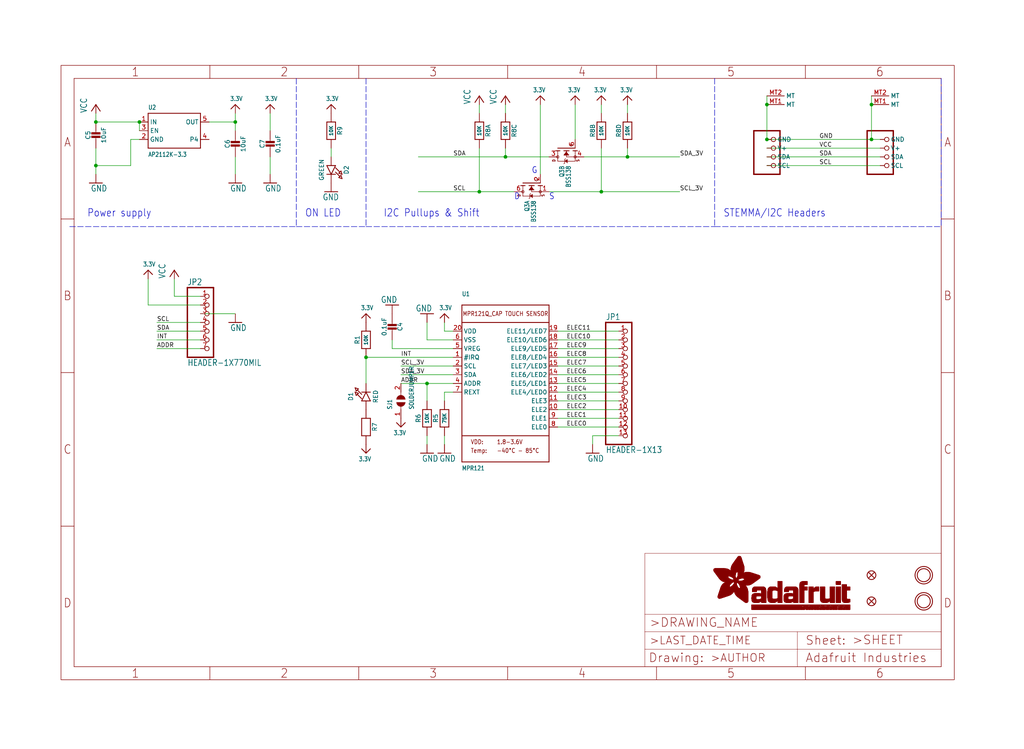
<source format=kicad_sch>
(kicad_sch (version 20211123) (generator eeschema)
  (paper "User" 298.45 218.313)
  (lib_symbols
    (symbol "Adafruit MPR121Q QT-eagle-import:3.3V" (power)
      (property "Value" "3.3V" (at -1.524 1.016 0))
      (symbol "3.3V_1_0"
        (pin power_in line (at 0 -2.54 90) (length 2.54) (name "3.3V") (number "1"))
      )
    )
    (symbol "Adafruit MPR121Q QT-eagle-import:CAP_CERAMIC0603_NO"
      (property "Reference" "C" (at -2.29 1.25 90))
      (property "Value" "CAP_CERAMIC0603_NO" (at 2.3 1.25 90))
      (symbol "CAP_CERAMIC0603_NO_1_0"
        (pin passive line (at 0 5.08 270) (length 2.54) (name "1") (number "1"))
        (pin passive line (at 0 -2.54 90) (length 2.54) (name "2") (number "2"))
      )
    )
    (symbol "Adafruit MPR121Q QT-eagle-import:CAP_CERAMIC0805-NOOUTLINE"
      (property "Reference" "C" (at -2.29 1.25 90))
      (property "Value" "CAP_CERAMIC0805-NOOUTLINE" (at 2.3 1.25 90))
      (symbol "CAP_CERAMIC0805-NOOUTLINE_1_0"
        (pin passive line (at 0 5.08 270) (length 2.54) (name "1") (number "1"))
        (pin passive line (at 0 -2.54 90) (length 2.54) (name "2") (number "2"))
      )
    )
    (symbol "Adafruit MPR121Q QT-eagle-import:FIDUCIAL_1MM")
    (symbol "Adafruit MPR121Q QT-eagle-import:FRAME_A4_ADAFRUIT"
      (symbol "FRAME_A4_ADAFRUIT_0_0"
        (text "1" (at 21.6958 1.905 0) (effects (font (size 2.54 2.286))))
        (text "1" (at 21.6958 177.165 0) (effects (font (size 2.54 2.286))))
        (text "2" (at 65.0875 1.905 0) (effects (font (size 2.54 2.286))))
        (text "2" (at 65.0875 177.165 0) (effects (font (size 2.54 2.286))))
        (text "3" (at 108.4792 1.905 0) (effects (font (size 2.54 2.286))))
        (text "3" (at 108.4792 177.165 0) (effects (font (size 2.54 2.286))))
        (text "4" (at 151.8708 1.905 0) (effects (font (size 2.54 2.286))))
        (text "4" (at 151.8708 177.165 0) (effects (font (size 2.54 2.286))))
        (text "5" (at 195.2625 1.905 0) (effects (font (size 2.54 2.286))))
        (text "5" (at 195.2625 177.165 0) (effects (font (size 2.54 2.286))))
        (text "6" (at 238.6542 1.905 0) (effects (font (size 2.54 2.286))))
        (text "6" (at 238.6542 177.165 0) (effects (font (size 2.54 2.286))))
        (text "A" (at 1.905 156.6863 0) (effects (font (size 2.54 2.286))))
        (text "A" (at 258.445 156.6863 0) (effects (font (size 2.54 2.286))))
        (text "B" (at 1.905 111.9188 0) (effects (font (size 2.54 2.286))))
        (text "B" (at 258.445 111.9188 0) (effects (font (size 2.54 2.286))))
        (text "C" (at 1.905 67.1513 0) (effects (font (size 2.54 2.286))))
        (text "C" (at 258.445 67.1513 0) (effects (font (size 2.54 2.286))))
        (text "D" (at 1.905 22.3838 0) (effects (font (size 2.54 2.286))))
        (text "D" (at 258.445 22.3838 0) (effects (font (size 2.54 2.286))))
      )
      (symbol "FRAME_A4_ADAFRUIT_1_0"
        (text ">AUTHOR" (at 189.23 5.08 0) (effects (font (size 2.286 2.286)) (justify left bottom)))
        (text ">DRAWING_NAME" (at 171.45 15.24 0) (effects (font (size 2.54 2.54)) (justify left bottom)))
        (text ">LAST_DATE_TIME" (at 171.45 10.16 0) (effects (font (size 2.286 2.286)) (justify left bottom)))
        (text ">SHEET" (at 230.505 10.16 0) (effects (font (size 2.54 2.54)) (justify left bottom)))
        (text "Adafruit Industries" (at 216.916 4.953 0) (effects (font (size 2.54 2.54)) (justify left bottom)))
        (text "Drawing:" (at 171.196 4.953 0) (effects (font (size 2.54 2.54)) (justify left bottom)))
        (text "Sheet:" (at 216.916 10.033 0) (effects (font (size 2.54 2.54)) (justify left bottom)))
      )
    )
    (symbol "Adafruit MPR121Q QT-eagle-import:GND" (power)
      (property "Value" "GND" (at -2.54 -2.54 0))
      (symbol "GND_1_0"
        (pin power_in line (at 0 2.54 270) (length 2.54) (name "GND") (number "1"))
      )
    )
    (symbol "Adafruit MPR121Q QT-eagle-import:HEADER-1X13"
      (property "Reference" "JP" (at -6.35 18.415 0))
      (property "Value" "HEADER-1X13" (at -6.35 -20.32 0))
      (symbol "HEADER-1X13_1_0"
        (pin passive inverted (at -2.54 15.24 0) (length 2.54) (name "1") (number "1"))
        (pin passive inverted (at -2.54 -7.62 0) (length 2.54) (name "10") (number "10"))
        (pin passive inverted (at -2.54 -10.16 0) (length 2.54) (name "11") (number "11"))
        (pin passive inverted (at -2.54 -12.7 0) (length 2.54) (name "12") (number "12"))
        (pin passive inverted (at -2.54 -15.24 0) (length 2.54) (name "13") (number "13"))
        (pin passive inverted (at -2.54 12.7 0) (length 2.54) (name "2") (number "2"))
        (pin passive inverted (at -2.54 10.16 0) (length 2.54) (name "3") (number "3"))
        (pin passive inverted (at -2.54 7.62 0) (length 2.54) (name "4") (number "4"))
        (pin passive inverted (at -2.54 5.08 0) (length 2.54) (name "5") (number "5"))
        (pin passive inverted (at -2.54 2.54 0) (length 2.54) (name "6") (number "6"))
        (pin passive inverted (at -2.54 0 0) (length 2.54) (name "7") (number "7"))
        (pin passive inverted (at -2.54 -2.54 0) (length 2.54) (name "8") (number "8"))
        (pin passive inverted (at -2.54 -5.08 0) (length 2.54) (name "9") (number "9"))
      )
    )
    (symbol "Adafruit MPR121Q QT-eagle-import:HEADER-1X770MIL"
      (property "Reference" "JP" (at -6.35 10.795 0))
      (property "Value" "HEADER-1X770MIL" (at -6.35 -12.7 0))
      (symbol "HEADER-1X770MIL_1_0"
        (pin passive inverted (at -2.54 7.62 0) (length 2.54) (name "1") (number "1"))
        (pin passive inverted (at -2.54 5.08 0) (length 2.54) (name "2") (number "2"))
        (pin passive inverted (at -2.54 2.54 0) (length 2.54) (name "3") (number "3"))
        (pin passive inverted (at -2.54 0 0) (length 2.54) (name "4") (number "4"))
        (pin passive inverted (at -2.54 -2.54 0) (length 2.54) (name "5") (number "5"))
        (pin passive inverted (at -2.54 -5.08 0) (length 2.54) (name "6") (number "6"))
        (pin passive inverted (at -2.54 -7.62 0) (length 2.54) (name "7") (number "7"))
      )
    )
    (symbol "Adafruit MPR121Q QT-eagle-import:LED0603_NOOUTLINE"
      (property "Reference" "D" (at -1.27 4.445 0))
      (property "Value" "LED0603_NOOUTLINE" (at -1.27 -2.794 0))
      (symbol "LED0603_NOOUTLINE_1_0"
        (pin passive line (at -5.08 0 0) (length 2.54) (name "A") (number "A"))
        (pin passive line (at 2.54 0 180) (length 2.54) (name "C") (number "C"))
      )
    )
    (symbol "Adafruit MPR121Q QT-eagle-import:MOSFET-N_DUAL"
      (property "Reference" "Q" (at 5.08 0.635 0))
      (property "Value" "MOSFET-N_DUAL" (at 5.08 -1.27 0))
      (symbol "MOSFET-N_DUAL_1_0"
        (text "D" (at 3.175 3.175 0) (effects (font (size 0.8128 0.6908)) (justify left bottom)))
        (text "G" (at -1.27 -1.905 0) (effects (font (size 0.8128 0.6908)) (justify left bottom)))
        (text "S" (at 3.175 -3.81 0) (effects (font (size 0.8128 0.6908)) (justify left bottom)))
        (pin bidirectional line (at 2.54 -5.08 90) (length 2.54) (name "S") (number "1"))
        (pin bidirectional line (at -2.54 -2.54 0) (length 2.54) (name "G") (number "2"))
        (pin bidirectional line (at 2.54 5.08 270) (length 2.54) (name "D") (number "6"))
      )
      (symbol "MOSFET-N_DUAL_2_0"
        (text "D" (at 3.175 3.175 0) (effects (font (size 0.8128 0.6908)) (justify left bottom)))
        (text "G" (at -1.27 -1.905 0) (effects (font (size 0.8128 0.6908)) (justify left bottom)))
        (text "S" (at 3.175 -3.81 0) (effects (font (size 0.8128 0.6908)) (justify left bottom)))
        (pin bidirectional line (at 2.54 5.08 270) (length 2.54) (name "D") (number "3"))
        (pin bidirectional line (at 2.54 -5.08 90) (length 2.54) (name "S") (number "4"))
        (pin bidirectional line (at -2.54 -2.54 0) (length 2.54) (name "G") (number "5"))
      )
    )
    (symbol "Adafruit MPR121Q QT-eagle-import:MOUNTINGHOLE2.5")
    (symbol "Adafruit MPR121Q QT-eagle-import:MPR121Q"
      (property "Reference" "U" (at -12.7 22.86 0))
      (property "Value" "MPR121Q" (at -12.7 -27.94 0))
      (symbol "MPR121Q_1_0"
        (text "-40°C - 85°C" (at -2.54 -22.86 0) (effects (font (size 1.27 1.0795)) (justify left bottom)))
        (text "1.8-3.6V" (at -2.54 -20.32 0) (effects (font (size 1.27 1.0795)) (justify left bottom)))
        (text "MPR121Q_CAP TOUCH SENSOR" (at 0 17.78 0) (effects (font (size 1.27 1.0795))))
        (text "Temp:" (at -10.16 -22.86 0) (effects (font (size 1.27 1.0795)) (justify left bottom)))
        (text "VDD:" (at -10.16 -20.32 0) (effects (font (size 1.27 1.0795)) (justify left bottom)))
        (pin bidirectional line (at -15.24 5.08 0) (length 2.54) (name "#IRQ") (number "1"))
        (pin bidirectional line (at 15.24 -10.16 180) (length 2.54) (name "ELE2") (number "10"))
        (pin bidirectional line (at 15.24 -7.62 180) (length 2.54) (name "ELE3") (number "11"))
        (pin bidirectional line (at 15.24 -5.08 180) (length 2.54) (name "ELE4/LED0") (number "12"))
        (pin bidirectional line (at 15.24 -2.54 180) (length 2.54) (name "ELE5/LED1") (number "13"))
        (pin bidirectional line (at 15.24 0 180) (length 2.54) (name "ELE6/LED2") (number "14"))
        (pin bidirectional line (at 15.24 2.54 180) (length 2.54) (name "ELE7/LED3") (number "15"))
        (pin bidirectional line (at 15.24 5.08 180) (length 2.54) (name "ELE8/LED4") (number "16"))
        (pin bidirectional line (at 15.24 7.62 180) (length 2.54) (name "ELE9/LED5") (number "17"))
        (pin bidirectional line (at 15.24 10.16 180) (length 2.54) (name "ELE10/LED6") (number "18"))
        (pin bidirectional line (at 15.24 12.7 180) (length 2.54) (name "ELE11/LED7") (number "19"))
        (pin bidirectional line (at -15.24 2.54 0) (length 2.54) (name "SCL") (number "2"))
        (pin power_in line (at -15.24 12.7 0) (length 2.54) (name "VDD") (number "20"))
        (pin bidirectional line (at -15.24 0 0) (length 2.54) (name "SDA") (number "3"))
        (pin bidirectional line (at -15.24 -2.54 0) (length 2.54) (name "ADDR") (number "4"))
        (pin bidirectional line (at -15.24 7.62 0) (length 2.54) (name "VREG") (number "5"))
        (pin power_in line (at -15.24 10.16 0) (length 2.54) (name "VSS") (number "6"))
        (pin bidirectional line (at -15.24 -5.08 0) (length 2.54) (name "REXT") (number "7"))
        (pin bidirectional line (at 15.24 -15.24 180) (length 2.54) (name "ELE0") (number "8"))
        (pin bidirectional line (at 15.24 -12.7 180) (length 2.54) (name "ELE1") (number "9"))
      )
    )
    (symbol "Adafruit MPR121Q QT-eagle-import:RESISTOR_0603_NOOUT"
      (property "Reference" "R" (at 0 2.54 0))
      (property "Value" "RESISTOR_0603_NOOUT" (at 0 0 0))
      (symbol "RESISTOR_0603_NOOUT_1_0"
        (pin passive line (at -5.08 0 0) (length 2.54) (name "1") (number "1"))
        (pin passive line (at 5.08 0 180) (length 2.54) (name "2") (number "2"))
      )
    )
    (symbol "Adafruit MPR121Q QT-eagle-import:RESISTOR_4PACK"
      (property "Reference" "R" (at 0 2.54 0))
      (property "Value" "RESISTOR_4PACK" (at 0 0 0))
      (symbol "RESISTOR_4PACK_1_0"
        (pin passive line (at -5.08 0 0) (length 2.54) (name "1") (number "1"))
        (pin passive line (at 5.08 0 180) (length 2.54) (name "2") (number "8"))
      )
      (symbol "RESISTOR_4PACK_2_0"
        (pin passive line (at -5.08 0 0) (length 2.54) (name "1") (number "2"))
        (pin passive line (at 5.08 0 180) (length 2.54) (name "2") (number "7"))
      )
      (symbol "RESISTOR_4PACK_3_0"
        (pin passive line (at -5.08 0 0) (length 2.54) (name "1") (number "3"))
        (pin passive line (at 5.08 0 180) (length 2.54) (name "2") (number "6"))
      )
      (symbol "RESISTOR_4PACK_4_0"
        (pin passive line (at -5.08 0 0) (length 2.54) (name "1") (number "4"))
        (pin passive line (at 5.08 0 180) (length 2.54) (name "2") (number "5"))
      )
    )
    (symbol "Adafruit MPR121Q QT-eagle-import:SOLDERJUMPER"
      (property "Reference" "SJ" (at -2.54 2.54 0))
      (property "Value" "SOLDERJUMPER" (at -2.54 -3.81 0))
      (symbol "SOLDERJUMPER_1_0"
        (pin passive line (at -5.08 0 0) (length 2.54) (name "1") (number "1"))
        (pin passive line (at 5.08 0 180) (length 2.54) (name "2") (number "2"))
      )
    )
    (symbol "Adafruit MPR121Q QT-eagle-import:STEMMA_I2C_QT"
      (symbol "STEMMA_I2C_QT_1_0"
        (pin passive inverted (at 0 5.08 0) (length 2.54) (name "GND") (number "1"))
        (pin passive inverted (at 0 2.54 0) (length 2.54) (name "V+") (number "2"))
        (pin passive inverted (at 0 0 0) (length 2.54) (name "SDA") (number "3"))
        (pin passive inverted (at 0 -2.54 0) (length 2.54) (name "SCL") (number "4"))
      )
      (symbol "STEMMA_I2C_QT_2_0"
        (pin bidirectional line (at 0 0 0) (length 5.08) (name "MT") (number "MT1"))
      )
      (symbol "STEMMA_I2C_QT_3_0"
        (pin bidirectional line (at 0 0 0) (length 5.08) (name "MT") (number "MT2"))
      )
    )
    (symbol "Adafruit MPR121Q QT-eagle-import:VCC" (power)
      (property "Value" "VCC" (at -2.54 -2.54 90))
      (symbol "VCC_1_0"
        (pin power_in line (at 0 -2.54 90) (length 2.54) (name "VCC") (number "1"))
      )
    )
    (symbol "Adafruit MPR121Q QT-eagle-import:VREG_SOT23-5"
      (property "Reference" "U" (at -7.62 6.096 0))
      (property "Value" "VREG_SOT23-5" (at -7.62 -7.62 0))
      (symbol "VREG_SOT23-5_1_0"
        (pin power_in line (at -10.16 2.54 0) (length 2.54) (name "IN") (number "1"))
        (pin power_in line (at -10.16 -2.54 0) (length 2.54) (name "GND") (number "2"))
        (pin input line (at -10.16 0 0) (length 2.54) (name "EN") (number "3"))
        (pin bidirectional line (at 10.16 -2.54 180) (length 2.54) (name "P4") (number "4"))
        (pin power_in line (at 10.16 2.54 180) (length 2.54) (name "OUT") (number "5"))
      )
    )
  )
  (junction (at 254 40.64))
  (junction (at 124.46 111.76))
  (junction (at 147.32 45.72))
  (junction (at 27.94 35.56))
  (junction (at 68.58 35.56))
  (junction (at 139.7 55.88))
  (junction (at 223.52 30.48))
  (junction (at 40.64 35.56))
  (junction (at 223.52 40.64))
  (junction (at 106.68 104.14))
  (junction (at 182.88 45.72))
  (junction (at 254 30.48))
  (junction (at 27.94 48.26))
  (junction (at 175.26 55.88))
  (wire (pts (xy 129.54 114.3) (xy 129.54 116.84)))
  (wire (pts (xy 124.46 111.76) (xy 116.84 111.76)))
  (wire (pts (xy 27.94 48.26) (xy 27.94 43.18)))
  (polyline (pts (xy 208.28 22.86) (xy 208.28 66.04)))
  (wire (pts (xy 157.48 50.8) (xy 157.48 30.48)))
  (wire (pts (xy 223.52 30.48) (xy 223.52 40.64)))
  (wire (pts (xy 223.52 27.94) (xy 223.52 30.48)))
  (wire (pts (xy 180.34 127) (xy 172.72 127)))
  (wire (pts (xy 58.42 91.44) (xy 68.58 91.44)))
  (wire (pts (xy 124.46 99.06) (xy 124.46 93.98)))
  (wire (pts (xy 78.74 45.72) (xy 78.74 50.8)))
  (wire (pts (xy 132.08 101.6) (xy 114.3 101.6)))
  (wire (pts (xy 175.26 55.88) (xy 198.12 55.88)))
  (wire (pts (xy 182.88 33.02) (xy 182.88 30.48)))
  (wire (pts (xy 254 30.48) (xy 254 40.64)))
  (polyline (pts (xy 106.68 22.86) (xy 106.68 66.04)))
  (wire (pts (xy 60.96 35.56) (xy 68.58 35.56)))
  (wire (pts (xy 78.74 33.02) (xy 78.74 38.1)))
  (wire (pts (xy 223.52 43.18) (xy 256.54 43.18)))
  (wire (pts (xy 139.7 43.18) (xy 139.7 55.88)))
  (wire (pts (xy 167.64 40.64) (xy 167.64 30.48)))
  (wire (pts (xy 40.64 35.56) (xy 27.94 35.56)))
  (wire (pts (xy 256.54 45.72) (xy 223.52 45.72)))
  (wire (pts (xy 223.52 48.26) (xy 256.54 48.26)))
  (polyline (pts (xy 20.32 66.04) (xy 86.36 66.04)))
  (wire (pts (xy 106.68 104.14) (xy 106.68 111.76)))
  (wire (pts (xy 254 40.64) (xy 223.52 40.64)))
  (wire (pts (xy 43.18 88.9) (xy 43.18 81.28)))
  (wire (pts (xy 162.56 101.6) (xy 180.34 101.6)))
  (wire (pts (xy 162.56 104.14) (xy 180.34 104.14)))
  (wire (pts (xy 182.88 43.18) (xy 182.88 45.72)))
  (wire (pts (xy 172.72 127) (xy 172.72 129.54)))
  (wire (pts (xy 58.42 86.36) (xy 50.8 86.36)))
  (wire (pts (xy 129.54 127) (xy 129.54 129.54)))
  (wire (pts (xy 162.56 106.68) (xy 180.34 106.68)))
  (wire (pts (xy 139.7 30.48) (xy 139.7 33.02)))
  (wire (pts (xy 170.18 45.72) (xy 182.88 45.72)))
  (wire (pts (xy 129.54 96.52) (xy 129.54 93.98)))
  (wire (pts (xy 132.08 104.14) (xy 106.68 104.14)))
  (wire (pts (xy 96.52 45.72) (xy 96.52 43.18)))
  (wire (pts (xy 124.46 111.76) (xy 124.46 116.84)))
  (wire (pts (xy 40.64 38.1) (xy 40.64 35.56)))
  (polyline (pts (xy 208.28 66.04) (xy 274.32 66.04)))
  (polyline (pts (xy 86.36 66.04) (xy 106.68 66.04)))
  (wire (pts (xy 162.56 99.06) (xy 180.34 99.06)))
  (wire (pts (xy 68.58 45.72) (xy 68.58 50.8)))
  (polyline (pts (xy 106.68 66.04) (xy 208.28 66.04)))
  (wire (pts (xy 68.58 35.56) (xy 68.58 33.02)))
  (wire (pts (xy 162.56 109.22) (xy 180.34 109.22)))
  (wire (pts (xy 58.42 99.06) (xy 45.72 99.06)))
  (wire (pts (xy 40.64 40.64) (xy 38.1 40.64)))
  (wire (pts (xy 124.46 127) (xy 124.46 129.54)))
  (wire (pts (xy 162.56 116.84) (xy 180.34 116.84)))
  (polyline (pts (xy 274.32 22.86) (xy 274.32 66.04)))
  (wire (pts (xy 27.94 33.02) (xy 27.94 35.56)))
  (wire (pts (xy 160.02 55.88) (xy 175.26 55.88)))
  (wire (pts (xy 162.56 121.92) (xy 180.34 121.92)))
  (wire (pts (xy 139.7 55.88) (xy 121.92 55.88)))
  (wire (pts (xy 38.1 40.64) (xy 38.1 48.26)))
  (wire (pts (xy 162.56 111.76) (xy 180.34 111.76)))
  (wire (pts (xy 132.08 114.3) (xy 129.54 114.3)))
  (wire (pts (xy 114.3 101.6) (xy 114.3 99.06)))
  (wire (pts (xy 132.08 99.06) (xy 124.46 99.06)))
  (wire (pts (xy 254 27.94) (xy 254 30.48)))
  (wire (pts (xy 132.08 106.68) (xy 116.84 106.68)))
  (wire (pts (xy 175.26 33.02) (xy 175.26 30.48)))
  (wire (pts (xy 68.58 35.56) (xy 68.58 38.1)))
  (wire (pts (xy 132.08 109.22) (xy 116.84 109.22)))
  (wire (pts (xy 162.56 96.52) (xy 180.34 96.52)))
  (wire (pts (xy 147.32 45.72) (xy 121.92 45.72)))
  (wire (pts (xy 50.8 86.36) (xy 50.8 81.28)))
  (wire (pts (xy 58.42 101.6) (xy 45.72 101.6)))
  (polyline (pts (xy 86.36 22.86) (xy 86.36 66.04)))
  (wire (pts (xy 256.54 40.64) (xy 254 40.64)))
  (wire (pts (xy 27.94 48.26) (xy 27.94 50.8)))
  (wire (pts (xy 162.56 114.3) (xy 180.34 114.3)))
  (wire (pts (xy 58.42 93.98) (xy 45.72 93.98)))
  (wire (pts (xy 175.26 43.18) (xy 175.26 55.88)))
  (wire (pts (xy 160.02 45.72) (xy 147.32 45.72)))
  (wire (pts (xy 162.56 119.38) (xy 180.34 119.38)))
  (wire (pts (xy 147.32 43.18) (xy 147.32 45.72)))
  (wire (pts (xy 58.42 96.52) (xy 45.72 96.52)))
  (wire (pts (xy 162.56 124.46) (xy 180.34 124.46)))
  (wire (pts (xy 38.1 48.26) (xy 27.94 48.26)))
  (wire (pts (xy 147.32 33.02) (xy 147.32 30.48)))
  (wire (pts (xy 58.42 88.9) (xy 43.18 88.9)))
  (wire (pts (xy 182.88 45.72) (xy 198.12 45.72)))
  (wire (pts (xy 132.08 96.52) (xy 129.54 96.52)))
  (wire (pts (xy 149.86 55.88) (xy 139.7 55.88)))
  (wire (pts (xy 132.08 111.76) (xy 124.46 111.76)))
  (text "G" (at 154.94 50.8 180) (effects (font (size 1.778 1.5113)) (justify left bottom)))
  (text "I2C Pullups & Shift" (at 111.76 63.5 180) (effects (font (size 2.1844 1.8567)) (justify left bottom)))
  (text "ON LED" (at 88.9 63.5 180) (effects (font (size 2.1844 1.8567)) (justify left bottom)))
  (text "S" (at 160.02 58.42 180) (effects (font (size 1.778 1.5113)) (justify left bottom)))
  (text "STEMMA/I2C Headers" (at 210.82 63.5 180) (effects (font (size 2.1844 1.8567)) (justify left bottom)))
  (text "D" (at 149.86 58.42 180) (effects (font (size 1.778 1.5113)) (justify left bottom)))
  (text "Power supply" (at 25.4 63.5 180) (effects (font (size 2.1844 1.8567)) (justify left bottom)))
  (label "ELEC11" (at 165.1 96.52 0) (effects (font (size 1.2446 1.2446))))
  (label "ELEC6" (at 165.1 109.22 0) (effects (font (size 1.2446 1.2446))))
  (label "ELEC0" (at 165.1 124.46 0) (effects (font (size 1.2446 1.2446))))
  (label "ADDR" (at 116.84 111.76 0) (effects (font (size 1.2446 1.2446))))
  (label "ELEC2" (at 165.1 119.38 0) (effects (font (size 1.2446 1.2446))))
  (label "SDA" (at 238.76 45.72 0) (effects (font (size 1.2446 1.2446))))
  (label "GND" (at 238.76 40.64 0) (effects (font (size 1.2446 1.2446))))
  (label "ELEC9" (at 165.1 101.6 0) (effects (font (size 1.2446 1.2446))))
  (label "SCL_3V" (at 116.84 106.68 0) (effects (font (size 1.2446 1.2446))))
  (label "SDA_3V" (at 116.84 109.22 0) (effects (font (size 1.2446 1.2446))))
  (label "SCL" (at 132.08 55.88 0) (effects (font (size 1.2446 1.2446))))
  (label "INT" (at 45.72 99.06 0) (effects (font (size 1.2446 1.2446))))
  (label "ELEC8" (at 165.1 104.14 0) (effects (font (size 1.2446 1.2446))))
  (label "ELEC4" (at 165.1 114.3 0) (effects (font (size 1.2446 1.2446))))
  (label "ELEC10" (at 165.1 99.06 0) (effects (font (size 1.2446 1.2446))))
  (label "ELEC1" (at 165.1 121.92 0) (effects (font (size 1.2446 1.2446))))
  (label "SDA_3V" (at 198.12 45.72 0) (effects (font (size 1.2446 1.2446))))
  (label "ELEC3" (at 165.1 116.84 0) (effects (font (size 1.2446 1.2446))))
  (label "SCL" (at 45.72 93.98 0) (effects (font (size 1.2446 1.2446))))
  (label "INT" (at 116.84 104.14 0) (effects (font (size 1.2446 1.2446))))
  (label "SCL_3V" (at 198.12 55.88 0) (effects (font (size 1.2446 1.2446))))
  (label "ELEC7" (at 165.1 106.68 0) (effects (font (size 1.2446 1.2446))))
  (label "SCL" (at 238.76 48.26 0) (effects (font (size 1.2446 1.2446))))
  (label "VCC" (at 238.76 43.18 0) (effects (font (size 1.2446 1.2446))))
  (label "SDA" (at 45.72 96.52 0) (effects (font (size 1.2446 1.2446))))
  (label "SDA" (at 132.08 45.72 0) (effects (font (size 1.2446 1.2446))))
  (label "ELEC5" (at 165.1 111.76 0) (effects (font (size 1.2446 1.2446))))
  (label "ADDR" (at 45.72 101.6 0) (effects (font (size 1.2446 1.2446))))
  (symbol (lib_id "Adafruit MPR121Q QT-eagle-import:3.3V") (at 78.74 30.48 0) (unit 1)
    (property "Reference" "#U$24" (effects hide))
    (property "Value" "3.3V" (at 77.216 29.464 0) (effects (font (size 1.27 1.0795)) (justify left bottom)))
  )
  (symbol (lib_id "Adafruit MPR121Q QT-eagle-import:GND") (at 129.54 132.08 0) (unit 1)
    (property "Reference" "#U$4" (effects hide))
    (property "Value" "GND" (at 128.016 134.62 0) (effects (font (size 1.778 1.5113)) (justify left bottom)))
  )
  (symbol (lib_id "Adafruit MPR121Q QT-eagle-import:VCC") (at 139.7 27.94 0) (unit 1)
    (property "Reference" "#P+1" (effects hide))
    (property "Value" "VCC" (at 137.16 30.48 90) (effects (font (size 1.778 1.5113)) (justify left bottom)))
  )
  (symbol (lib_id "Adafruit MPR121Q QT-eagle-import:VCC") (at 50.8 78.74 0) (unit 1)
    (property "Reference" "#P+4" (effects hide))
    (property "Value" "VCC" (at 48.26 81.28 90) (effects (font (size 1.778 1.5113)) (justify left bottom)))
  )
  (symbol (lib_id "Adafruit MPR121Q QT-eagle-import:GND") (at 114.3 88.9 180) (unit 1)
    (property "Reference" "#U$3" (effects hide))
    (property "Value" "GND" (at 115.824 86.36 0) (effects (font (size 1.778 1.5113)) (justify left bottom)))
  )
  (symbol (lib_id "Adafruit MPR121Q QT-eagle-import:RESISTOR_4PACK") (at 182.88 38.1 90) (mirror x)
    (property "Reference" "R8" (at 180.34 38.1 0))
    (property "Value" "10K" (at 182.88 38.1 0) (effects (font (size 1.016 1.016) bold)))
    (property "Footprint" "RESPACK_4X0603" (effects hide))
  )
  (symbol (lib_id "Adafruit MPR121Q QT-eagle-import:GND") (at 68.58 53.34 0) (unit 1)
    (property "Reference" "#U$15" (effects hide))
    (property "Value" "GND" (at 67.056 55.88 0) (effects (font (size 1.778 1.5113)) (justify left bottom)))
  )
  (symbol (lib_id "Adafruit MPR121Q QT-eagle-import:CAP_CERAMIC0805-NOOUTLINE") (at 27.94 40.64 0)
    (property "Reference" "C5" (at 25.65 39.39 90))
    (property "Value" "10uF" (at 30.24 39.39 90))
    (property "Footprint" "0805-NO" (effects hide))
  )
  (symbol (lib_id "Adafruit MPR121Q QT-eagle-import:GND") (at 124.46 91.44 180) (unit 1)
    (property "Reference" "#U$2" (effects hide))
    (property "Value" "GND" (at 125.984 88.9 0) (effects (font (size 1.778 1.5113)) (justify left bottom)))
  )
  (symbol (lib_id "Adafruit MPR121Q QT-eagle-import:GND") (at 27.94 53.34 0) (unit 1)
    (property "Reference" "#U$13" (effects hide))
    (property "Value" "GND" (at 26.416 55.88 0) (effects (font (size 1.778 1.5113)) (justify left bottom)))
  )
  (symbol (lib_id "Adafruit MPR121Q QT-eagle-import:LED0603_NOOUTLINE") (at 106.68 114.3 90)
    (property "Reference" "D1" (at 102.235 115.57 0))
    (property "Value" "RED" (at 109.474 115.57 0))
    (property "Footprint" "CHIPLED_0603_NOOUTLINE" (effects hide))
  )
  (symbol (lib_id "Adafruit MPR121Q QT-eagle-import:3.3V") (at 116.84 124.46 180) (unit 1)
    (property "Reference" "#U$8" (effects hide))
    (property "Value" "3.3V" (at 118.364 125.476 0) (effects (font (size 1.27 1.0795)) (justify left bottom)))
  )
  (symbol (lib_id "Adafruit MPR121Q QT-eagle-import:3.3V") (at 96.52 30.48 0) (unit 1)
    (property "Reference" "#U$36" (effects hide))
    (property "Value" "3.3V" (at 94.996 29.464 0) (effects (font (size 1.27 1.0795)) (justify left bottom)))
  )
  (symbol (lib_id "Adafruit MPR121Q QT-eagle-import:STEMMA_I2C_QT") (at 254 30.48 0)
    (property "Reference" "CONN4" (effects hide))
    (property "Value" "STEMMA_I2C_QT" (effects hide))
    (property "Footprint" "JST_SH4" (effects hide))
  )
  (symbol (lib_id "Adafruit MPR121Q QT-eagle-import:MOUNTINGHOLE2.5") (at 269.24 167.64 0) (unit 1)
    (property "Reference" "U$34" (effects hide))
    (property "Value" "MOUNTINGHOLE2.5" (effects hide))
    (property "Footprint" "MOUNTINGHOLE_2.5_PLATED" (effects hide))
  )
  (symbol (lib_id "Adafruit MPR121Q QT-eagle-import:STEMMA_I2C_QT") (at 256.54 45.72 0)
    (property "Reference" "CONN4" (effects hide))
    (property "Value" "STEMMA_I2C_QT" (effects hide))
    (property "Footprint" "JST_SH4" (effects hide))
  )
  (symbol (lib_id "Adafruit MPR121Q QT-eagle-import:MOSFET-N_DUAL") (at 154.94 53.34 90) (mirror x)
    (property "Reference" "Q3" (at 154.305 58.42 0) (effects (font (size 1.27 1.0795)) (justify left bottom)))
    (property "Value" "BSS138" (at 156.21 58.42 0) (effects (font (size 1.27 1.0795)) (justify left bottom)))
    (property "Footprint" "SOT363" (effects hide))
  )
  (symbol (lib_id "Adafruit MPR121Q QT-eagle-import:CAP_CERAMIC0805-NOOUTLINE") (at 68.58 43.18 0)
    (property "Reference" "C6" (at 66.29 41.93 90))
    (property "Value" "10uF" (at 70.88 41.93 90))
    (property "Footprint" "0805-NO" (effects hide))
  )
  (symbol (lib_id "Adafruit MPR121Q QT-eagle-import:MOSFET-N_DUAL") (at 165.1 43.18 90) (mirror x)
    (property "Reference" "Q3" (at 164.465 48.26 0) (effects (font (size 1.27 1.0795)) (justify left bottom)))
    (property "Value" "BSS138" (at 166.37 48.26 0) (effects (font (size 1.27 1.0795)) (justify left bottom)))
    (property "Footprint" "SOT363" (effects hide))
  )
  (symbol (lib_id "Adafruit MPR121Q QT-eagle-import:RESISTOR_0603_NOOUT") (at 96.52 38.1 270)
    (property "Reference" "R9" (at 99.06 38.1 0))
    (property "Value" "10K" (at 96.52 38.1 0) (effects (font (size 1.016 1.016) bold)))
    (property "Footprint" "0603-NO" (effects hide))
  )
  (symbol (lib_id "Adafruit MPR121Q QT-eagle-import:SOLDERJUMPER") (at 116.84 116.84 90)
    (property "Reference" "SJ1" (at 114.3 119.38 0) (effects (font (size 1.27 1.0795)) (justify left bottom)))
    (property "Value" "SOLDERJUMPER" (at 120.65 119.38 0) (effects (font (size 1.27 1.0795)) (justify left bottom)))
    (property "Footprint" "SOLDERJUMPER_ARROW_NOPASTE" (effects hide))
  )
  (symbol (lib_id "Adafruit MPR121Q QT-eagle-import:RESISTOR_0603_NOOUT") (at 106.68 124.46 270)
    (property "Reference" "R7" (at 109.22 124.46 0))
    (property "Value" "1K" (at 106.68 124.46 0) (effects (font (size 1.016 1.016) bold)))
    (property "Footprint" "0603-NO" (effects hide))
    (property "Value" "1K" (effects hide))
  )
  (symbol (lib_id "Adafruit MPR121Q QT-eagle-import:3.3V") (at 157.48 27.94 0) (mirror y) (unit 1)
    (property "Reference" "#U$28" (effects hide))
    (property "Value" "3.3V" (at 159.004 26.924 0) (effects (font (size 1.27 1.0795)) (justify left bottom)))
  )
  (symbol (lib_id "Adafruit MPR121Q QT-eagle-import:3.3V") (at 182.88 27.94 0) (mirror y) (unit 1)
    (property "Reference" "#U$26" (effects hide))
    (property "Value" "3.3V" (at 184.404 26.924 0) (effects (font (size 1.27 1.0795)) (justify left bottom)))
  )
  (symbol (lib_id "Adafruit MPR121Q QT-eagle-import:FRAME_A4_ADAFRUIT") (at 17.78 198.12 0) (unit 1)
    (property "Reference" "#U$33" (effects hide))
    (property "Value" "FRAME_A4_ADAFRUIT" (effects hide))
  )
  (symbol (lib_id "Adafruit MPR121Q QT-eagle-import:3.3V") (at 175.26 27.94 0) (mirror y) (unit 1)
    (property "Reference" "#U$27" (effects hide))
    (property "Value" "3.3V" (at 176.784 26.924 0) (effects (font (size 1.27 1.0795)) (justify left bottom)))
  )
  (symbol (lib_id "Adafruit MPR121Q QT-eagle-import:3.3V") (at 129.54 91.44 0) (unit 1)
    (property "Reference" "#U$1" (effects hide))
    (property "Value" "3.3V" (at 128.016 90.424 0) (effects (font (size 1.27 1.0795)) (justify left bottom)))
  )
  (symbol (lib_id "Adafruit MPR121Q QT-eagle-import:RESISTOR_4PACK") (at 139.7 38.1 270)
    (property "Reference" "R8" (at 142.24 38.1 0))
    (property "Value" "10K" (at 139.7 38.1 0) (effects (font (size 1.016 1.016) bold)))
    (property "Footprint" "RESPACK_4X0603" (effects hide))
  )
  (symbol (lib_id "Adafruit MPR121Q QT-eagle-import:STEMMA_I2C_QT") (at 223.52 27.94 0)
    (property "Reference" "CONN3" (effects hide))
    (property "Value" "STEMMA_I2C_QT" (effects hide))
    (property "Footprint" "JST_SH4" (effects hide))
  )
  (symbol (lib_id "Adafruit MPR121Q QT-eagle-import:VREG_SOT23-5") (at 50.8 38.1 0)
    (property "Reference" "U2" (at 43.18 32.004 0) (effects (font (size 1.27 1.0795)) (justify left bottom)))
    (property "Value" "AP2112K-3.3" (at 43.18 45.72 0) (effects (font (size 1.27 1.0795)) (justify left bottom)))
    (property "Footprint" "SOT23-5" (effects hide))
  )
  (symbol (lib_id "Adafruit MPR121Q QT-eagle-import:FIDUCIAL_1MM") (at 254 167.64 0) (unit 1)
    (property "Reference" "FID4" (effects hide))
    (property "Value" "FIDUCIAL_1MM" (effects hide))
    (property "Footprint" "FIDUCIAL_1MM" (effects hide))
  )
  (symbol (lib_id "Adafruit MPR121Q QT-eagle-import:3.3V") (at 167.64 27.94 0) (mirror y) (unit 1)
    (property "Reference" "#U$29" (effects hide))
    (property "Value" "3.3V" (at 169.164 26.924 0) (effects (font (size 1.27 1.0795)) (justify left bottom)))
  )
  (symbol (lib_id "Adafruit MPR121Q QT-eagle-import:STEMMA_I2C_QT") (at 223.52 30.48 0)
    (property "Reference" "CONN3" (effects hide))
    (property "Value" "STEMMA_I2C_QT" (effects hide))
    (property "Footprint" "JST_SH4" (effects hide))
  )
  (symbol (lib_id "Adafruit MPR121Q QT-eagle-import:RESISTOR_0603_NOOUT") (at 106.68 99.06 90)
    (property "Reference" "R1" (at 104.14 99.06 0))
    (property "Value" "10K" (at 106.68 99.06 0) (effects (font (size 1.016 1.016) bold)))
    (property "Footprint" "0603-NO" (effects hide))
  )
  (symbol (lib_id "Adafruit MPR121Q QT-eagle-import:MPR121Q") (at 147.32 109.22 0)
    (property "Reference" "U1" (at 134.62 86.36 0) (effects (font (size 1.27 1.0795)) (justify left bottom)))
    (property "Value" "MPR121" (at 134.62 137.16 0) (effects (font (size 1.27 1.0795)) (justify left bottom)))
    (property "Footprint" "QFN20_3MM_NOTHERMAL" (effects hide))
  )
  (symbol (lib_id "Adafruit MPR121Q QT-eagle-import:CAP_CERAMIC0603_NO") (at 78.74 43.18 0)
    (property "Reference" "C7" (at 76.45 41.93 90))
    (property "Value" "0.1uF" (at 81.04 41.93 90))
    (property "Footprint" "0603-NO" (effects hide))
  )
  (symbol (lib_id "Adafruit MPR121Q QT-eagle-import:GND") (at 124.46 132.08 0) (unit 1)
    (property "Reference" "#U$5" (effects hide))
    (property "Value" "GND" (at 122.936 134.62 0) (effects (font (size 1.778 1.5113)) (justify left bottom)))
  )
  (symbol (lib_id "Adafruit MPR121Q QT-eagle-import:RESISTOR_4PACK") (at 147.32 38.1 270)
    (property "Reference" "R8" (at 149.86 38.1 0))
    (property "Value" "10K" (at 147.32 38.1 0) (effects (font (size 1.016 1.016) bold)))
    (property "Footprint" "RESPACK_4X0603" (effects hide))
  )
  (symbol (lib_id "Adafruit MPR121Q QT-eagle-import:GND") (at 172.72 132.08 0) (unit 1)
    (property "Reference" "#U$6" (effects hide))
    (property "Value" "GND" (at 171.196 134.62 0) (effects (font (size 1.778 1.5113)) (justify left bottom)))
  )
  (symbol (lib_id "Adafruit MPR121Q QT-eagle-import:CAP_CERAMIC0603_NO") (at 114.3 93.98 180)
    (property "Reference" "C4" (at 116.59 95.23 90))
    (property "Value" "0.1uF" (at 112 95.23 90))
    (property "Footprint" "0603-NO" (effects hide))
  )
  (symbol (lib_id "Adafruit MPR121Q QT-eagle-import:3.3V") (at 106.68 132.08 180) (unit 1)
    (property "Reference" "#U$12" (effects hide))
    (property "Value" "3.3V" (at 108.204 133.096 0) (effects (font (size 1.27 1.0795)) (justify left bottom)))
  )
  (symbol (lib_id "Adafruit MPR121Q QT-eagle-import:3.3V") (at 68.58 30.48 0) (unit 1)
    (property "Reference" "#U$25" (effects hide))
    (property "Value" "3.3V" (at 67.056 29.464 0) (effects (font (size 1.27 1.0795)) (justify left bottom)))
  )
  (symbol (lib_id "Adafruit MPR121Q QT-eagle-import:GND") (at 96.52 55.88 0) (unit 1)
    (property "Reference" "#GND6" (effects hide))
    (property "Value" "GND" (at 93.98 58.42 0) (effects (font (size 1.778 1.5113)) (justify left bottom)))
  )
  (symbol (lib_id "Adafruit MPR121Q QT-eagle-import:GND") (at 78.74 53.34 0) (unit 1)
    (property "Reference" "#U$22" (effects hide))
    (property "Value" "GND" (at 77.216 55.88 0) (effects (font (size 1.778 1.5113)) (justify left bottom)))
  )
  (symbol (lib_id "Adafruit MPR121Q QT-eagle-import:STEMMA_I2C_QT") (at 223.52 45.72 0)
    (property "Reference" "CONN3" (effects hide))
    (property "Value" "STEMMA_I2C_QT" (effects hide))
    (property "Footprint" "JST_SH4" (effects hide))
  )
  (symbol (lib_id "Adafruit MPR121Q QT-eagle-import:STEMMA_I2C_QT") (at 254 27.94 0)
    (property "Reference" "CONN4" (effects hide))
    (property "Value" "STEMMA_I2C_QT" (effects hide))
    (property "Footprint" "JST_SH4" (effects hide))
  )
  (symbol (lib_id "Adafruit MPR121Q QT-eagle-import:GND") (at 68.58 93.98 0) (unit 1)
    (property "Reference" "#U$23" (effects hide))
    (property "Value" "GND" (at 67.056 96.52 0) (effects (font (size 1.778 1.5113)) (justify left bottom)))
  )
  (symbol (lib_id "Adafruit MPR121Q QT-eagle-import:RESISTOR_0603_NOOUT") (at 124.46 121.92 90)
    (property "Reference" "R6" (at 121.92 121.92 0))
    (property "Value" "10K" (at 124.46 121.92 0) (effects (font (size 1.016 1.016) bold)))
    (property "Footprint" "0603-NO" (effects hide))
  )
  (symbol (lib_id "Adafruit MPR121Q QT-eagle-import:VCC") (at 147.32 27.94 0) (unit 1)
    (property "Reference" "#P+2" (effects hide))
    (property "Value" "VCC" (at 144.78 30.48 90) (effects (font (size 1.778 1.5113)) (justify left bottom)))
  )
  (symbol (lib_id "Adafruit MPR121Q QT-eagle-import:RESISTOR_0603_NOOUT") (at 129.54 121.92 90)
    (property "Reference" "R5" (at 127 121.92 0))
    (property "Value" "75K" (at 129.54 121.92 0) (effects (font (size 1.016 1.016) bold)))
    (property "Footprint" "0603-NO" (effects hide))
  )
  (symbol (lib_id "Adafruit MPR121Q QT-eagle-import:VCC") (at 27.94 30.48 0) (unit 1)
    (property "Reference" "#P+3" (effects hide))
    (property "Value" "VCC" (at 25.4 33.02 90) (effects (font (size 1.778 1.5113)) (justify left bottom)))
  )
  (symbol (lib_id "Adafruit MPR121Q QT-eagle-import:RESISTOR_4PACK") (at 175.26 38.1 90) (mirror x)
    (property "Reference" "R8" (at 172.72 38.1 0))
    (property "Value" "10K" (at 175.26 38.1 0) (effects (font (size 1.016 1.016) bold)))
    (property "Footprint" "RESPACK_4X0603" (effects hide))
  )
  (symbol (lib_id "Adafruit MPR121Q QT-eagle-import:MOUNTINGHOLE2.5") (at 269.24 175.26 0) (unit 1)
    (property "Reference" "U$35" (effects hide))
    (property "Value" "MOUNTINGHOLE2.5" (effects hide))
    (property "Footprint" "MOUNTINGHOLE_2.5_PLATED" (effects hide))
  )
  (symbol (lib_id "Adafruit MPR121Q QT-eagle-import:3.3V") (at 43.18 78.74 0) (unit 1)
    (property "Reference" "#U$30" (effects hide))
    (property "Value" "3.3V" (at 41.656 77.724 0) (effects (font (size 1.27 1.0795)) (justify left bottom)))
  )
  (symbol (lib_id "Adafruit MPR121Q QT-eagle-import:3.3V") (at 106.68 91.44 0) (unit 1)
    (property "Reference" "#U$7" (effects hide))
    (property "Value" "3.3V" (at 105.156 90.424 0) (effects (font (size 1.27 1.0795)) (justify left bottom)))
  )
  (symbol (lib_id "Adafruit MPR121Q QT-eagle-import:LED0603_NOOUTLINE") (at 96.52 50.8 270)
    (property "Reference" "D2" (at 100.965 49.53 0))
    (property "Value" "GREEN" (at 93.726 49.53 0))
    (property "Footprint" "CHIPLED_0603_NOOUTLINE" (effects hide))
  )
  (symbol (lib_id "Adafruit MPR121Q QT-eagle-import:FIDUCIAL_1MM") (at 254 175.26 0) (unit 1)
    (property "Reference" "FID3" (effects hide))
    (property "Value" "FIDUCIAL_1MM" (effects hide))
    (property "Footprint" "FIDUCIAL_1MM" (effects hide))
  )
  (symbol (lib_id "Adafruit MPR121Q QT-eagle-import:HEADER-1X13") (at 182.88 111.76 0)
    (property "Reference" "JP1" (at 176.53 93.345 0) (effects (font (size 1.778 1.5113)) (justify left bottom)))
    (property "Value" "HEADER-1X13" (at 176.53 132.08 0) (effects (font (size 1.778 1.5113)) (justify left bottom)))
    (property "Footprint" "1X13_ROUND_70" (effects hide))
  )
  (symbol (lib_id "Adafruit MPR121Q QT-eagle-import:HEADER-1X770MIL") (at 60.96 93.98 0)
    (property "Reference" "JP2" (at 54.61 83.185 0) (effects (font (size 1.778 1.5113)) (justify left bottom)))
    (property "Value" "HEADER-1X770MIL" (at 54.61 106.68 0) (effects (font (size 1.778 1.5113)) (justify left bottom)))
    (property "Footprint" "1X07_ROUND_70" (effects hide))
  )
)
</source>
